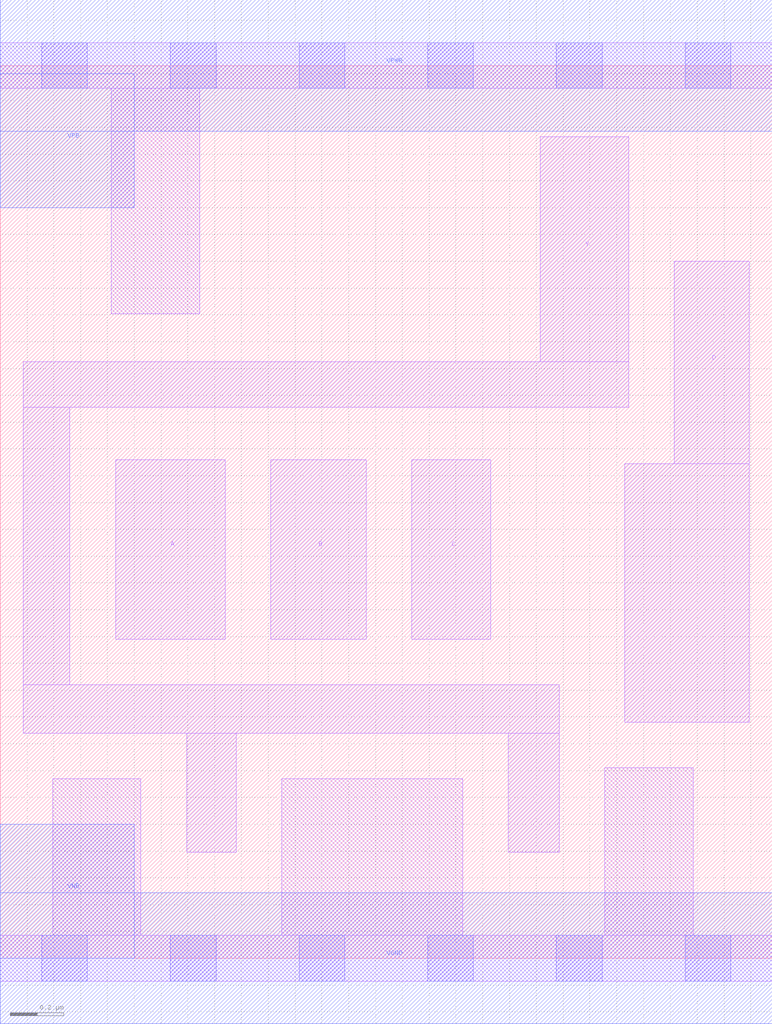
<source format=lef>
# Copyright 2020 The SkyWater PDK Authors
#
# Licensed under the Apache License, Version 2.0 (the "License");
# you may not use this file except in compliance with the License.
# You may obtain a copy of the License at
#
#     https://www.apache.org/licenses/LICENSE-2.0
#
# Unless required by applicable law or agreed to in writing, software
# distributed under the License is distributed on an "AS IS" BASIS,
# WITHOUT WARRANTIES OR CONDITIONS OF ANY KIND, either express or implied.
# See the License for the specific language governing permissions and
# limitations under the License.
#
# SPDX-License-Identifier: Apache-2.0

VERSION 5.5 ;
NAMESCASESENSITIVE ON ;
BUSBITCHARS "[]" ;
DIVIDERCHAR "/" ;
MACRO sky130_fd_sc_lp__nor4_0
  CLASS CORE ;
  SOURCE USER ;
  ORIGIN  0.000000  0.000000 ;
  SIZE  2.880000 BY  3.330000 ;
  SYMMETRY X Y R90 ;
  SITE unit ;
  PIN A
    ANTENNAGATEAREA  0.159000 ;
    DIRECTION INPUT ;
    USE SIGNAL ;
    PORT
      LAYER li1 ;
        RECT 0.430000 1.190000 0.840000 1.860000 ;
    END
  END A
  PIN B
    ANTENNAGATEAREA  0.159000 ;
    DIRECTION INPUT ;
    USE SIGNAL ;
    PORT
      LAYER li1 ;
        RECT 1.010000 1.190000 1.365000 1.860000 ;
    END
  END B
  PIN C
    ANTENNAGATEAREA  0.159000 ;
    DIRECTION INPUT ;
    USE SIGNAL ;
    PORT
      LAYER li1 ;
        RECT 1.535000 1.190000 1.830000 1.860000 ;
    END
  END C
  PIN D
    ANTENNAGATEAREA  0.159000 ;
    DIRECTION INPUT ;
    USE SIGNAL ;
    PORT
      LAYER li1 ;
        RECT 2.330000 0.880000 2.795000 1.845000 ;
        RECT 2.515000 1.845000 2.795000 2.600000 ;
    END
  END D
  PIN Y
    ANTENNADIFFAREA  0.404800 ;
    DIRECTION OUTPUT ;
    USE SIGNAL ;
    PORT
      LAYER li1 ;
        RECT 0.085000 0.840000 2.085000 1.020000 ;
        RECT 0.085000 1.020000 0.260000 2.055000 ;
        RECT 0.085000 2.055000 2.345000 2.225000 ;
        RECT 0.695000 0.395000 0.880000 0.840000 ;
        RECT 1.895000 0.395000 2.085000 0.840000 ;
        RECT 2.015000 2.225000 2.345000 3.065000 ;
    END
  END Y
  PIN VGND
    DIRECTION INOUT ;
    USE GROUND ;
    PORT
      LAYER met1 ;
        RECT 0.000000 -0.245000 2.880000 0.245000 ;
    END
  END VGND
  PIN VNB
    DIRECTION INOUT ;
    USE GROUND ;
    PORT
      LAYER met1 ;
        RECT 0.000000 0.000000 0.500000 0.500000 ;
    END
  END VNB
  PIN VPB
    DIRECTION INOUT ;
    USE POWER ;
    PORT
      LAYER met1 ;
        RECT 0.000000 2.800000 0.500000 3.300000 ;
    END
  END VPB
  PIN VPWR
    DIRECTION INOUT ;
    USE POWER ;
    PORT
      LAYER met1 ;
        RECT 0.000000 3.085000 2.880000 3.575000 ;
    END
  END VPWR
  OBS
    LAYER li1 ;
      RECT 0.000000 -0.085000 2.880000 0.085000 ;
      RECT 0.000000  3.245000 2.880000 3.415000 ;
      RECT 0.195000  0.085000 0.525000 0.670000 ;
      RECT 0.415000  2.405000 0.745000 3.245000 ;
      RECT 1.050000  0.085000 1.725000 0.670000 ;
      RECT 2.255000  0.085000 2.585000 0.710000 ;
    LAYER mcon ;
      RECT 0.155000 -0.085000 0.325000 0.085000 ;
      RECT 0.155000  3.245000 0.325000 3.415000 ;
      RECT 0.635000 -0.085000 0.805000 0.085000 ;
      RECT 0.635000  3.245000 0.805000 3.415000 ;
      RECT 1.115000 -0.085000 1.285000 0.085000 ;
      RECT 1.115000  3.245000 1.285000 3.415000 ;
      RECT 1.595000 -0.085000 1.765000 0.085000 ;
      RECT 1.595000  3.245000 1.765000 3.415000 ;
      RECT 2.075000 -0.085000 2.245000 0.085000 ;
      RECT 2.075000  3.245000 2.245000 3.415000 ;
      RECT 2.555000 -0.085000 2.725000 0.085000 ;
      RECT 2.555000  3.245000 2.725000 3.415000 ;
  END
END sky130_fd_sc_lp__nor4_0

</source>
